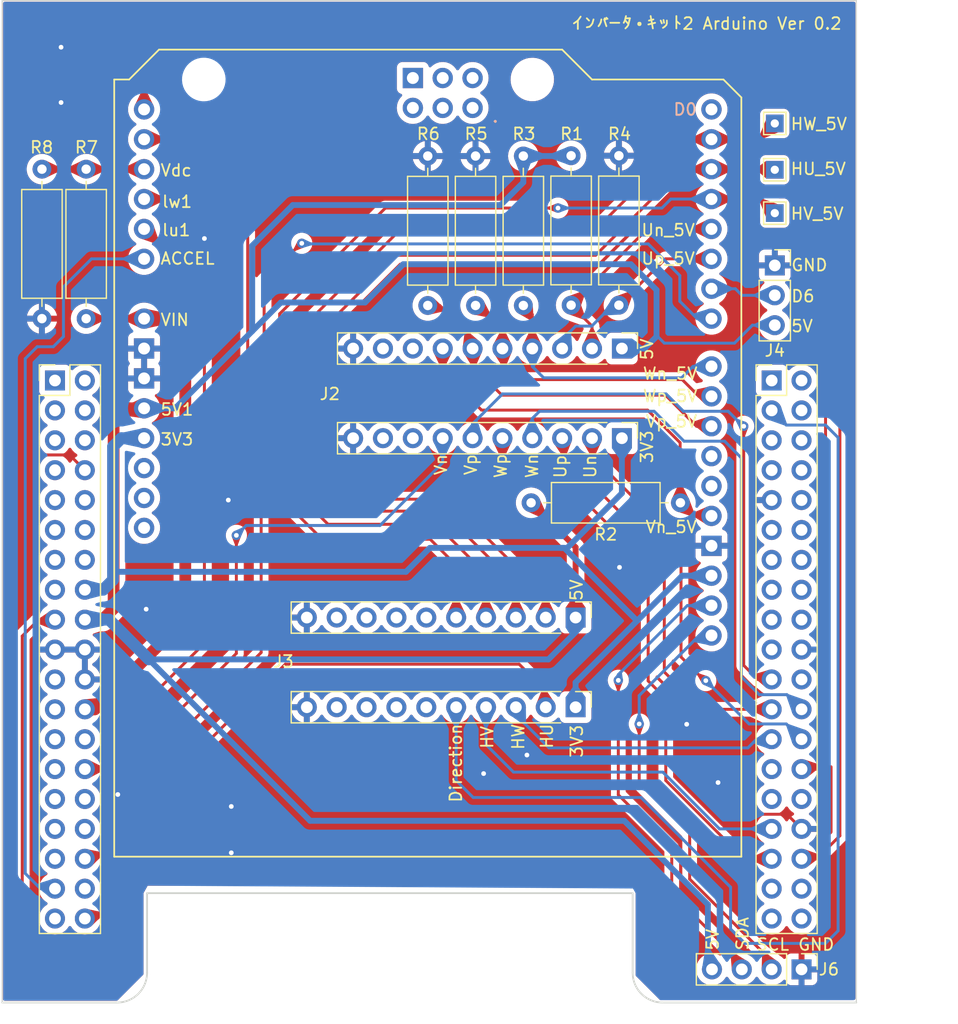
<source format=kicad_pcb>
(kicad_pcb (version 20221018) (generator pcbnew)
  (layers (0 "F.Cu" signal) (31 "B.Cu" signal) (34 "B.Paste" user) (35 "F.Paste" user) (36 "B.SilkS" user "B.Silkscreen") (37 "F.SilkS" user "F.Silkscreen") (38 "B.Mask" user) (39 "F.Mask" user) (44 "Edge.Cuts" user))
  (net 0 "")
  (net 1 "+3.3V")
  (net 2 "+5V")
  (net 4 "/lu1")
  (net 5 "/lw1")
  (net 6 "/C10-28")
  (net 7 "Net-(A1-PadA3)")
  (net 8 "/TP_OVC1")
  (net 9 "/ACCEL")
  (net 12 "/HW_5V")
  (net 13 "/HU_5V")
  (net 14 "/HV_5V")
  (net 15 "/Un_5V")
  (net 16 "/Up_5V")
  (net 17 "/Dir_5V")
  (net 18 "GND")
  (net 26 "/VIN")
  (net 41 "/HU")
  (net 55 "/Direction")
  (net 71 "/Wn_5V")
  (net 73 "/Wp_5V")
  (net 74 "/Vp_5V")
  (net 75 "/HW")
  (net 79 "/HV")
  (net 96 "/Vn_5V")
  (net 97 "/Vn")
  (net 99 "/Vp")
  (net 100 "/Up")
  (net 101 "/Wn")
  (net 102 "Net-(J6-Pin_3)")
  (net 103 "Net-(J6-Pin_2)")
  (net 104 "/Un")
  (net 105 "/Wp")
  (net 108 "Net-(J4-Pin_2)")
  (footprint "a:Nucleo" (layer "F.Cu") (at 84.826 110.109)
    (fp_text reference "J1" hide)
    (fp_text value "Nucleo_F302R8" hide)
  )
  (footprint "Library:AE-LLCNV8-DIP" (layer "F.Cu") (at 133.0452 107.3912 -90)
    (fp_text reference "J2" hide)
    (fp_text value "AE-LLCNV8-DIP20")
  )
  (footprint "Resistor_THT:R_Axial_DIN0309_L9.0mm_D3.2mm_P12.70mm_Horizontal" (layer "F.Cu") (at 120.5992 103.7336 90)
    (fp_text reference "R5")
    (fp_text value "R")
  )
  (footprint "Library:AE-LLCNV8-DIP" (layer "F.Cu") (at 129.1082 130.2512 -90)
    (fp_text reference "J3" hide)
    (fp_text value "AE-LLCNV8-DIP20")
  )
  (footprint "TestPoint:TestPoint_THTPad_1.5x1.5mm_Drill0.7mm" (layer "F.Cu") (at 146.05 92.202)
    (fp_text reference "REF**" hide)
    (fp_text value "TestPoint_THTPad_1.5x1.5mm_Drill0.7mm")
  )
  (footprint "Resistor_THT:R_Axial_DIN0309_L9.0mm_D3.2mm_P12.70mm_Horizontal" (layer "F.Cu") (at 128.7272 91.0082 -90)
    (fp_text reference "R1")
    (fp_text value "R")
  )
  (footprint "Resistor_THT:R_Axial_DIN0309_L9.0mm_D3.2mm_P12.70mm_Horizontal" (layer "F.Cu") (at 132.7912 103.7082 90)
    (fp_text reference "R4")
    (fp_text value "R")
  )
  (footprint "Connector_PinHeader_2.54mm:PinHeader_1x04_P2.54mm_Vertical" (layer "F.Cu") (at 148.326 160.147 -90)
    (fp_text reference "J6")
    (fp_text value "Conn_01x04")
  )
  (footprint "TestPoint:TestPoint_THTPad_1.5x1.5mm_Drill0.7mm" (layer "F.Cu") (at 146.05 88.265)
    (fp_text reference "REF**" hide)
    (fp_text value "TestPoint_THTPad_1.5x1.5mm_Drill0.7mm")
  )
  (footprint "Connector_PinSocket_2.54mm:PinSocket_1x03_P2.54mm_Vertical" (layer "F.Cu") (at 146.05 100.33)
    (fp_text reference "J4")
    (fp_text value "Conn_01x03")
  )
  (footprint "Resistor_THT:R_Axial_DIN0309_L9.0mm_D3.2mm_P12.70mm_Horizontal" (layer "F.Cu") (at 124.6632 91.0336 -90)
    (fp_text reference "R3")
    (fp_text value "R")
  )
  (footprint "Resistor_THT:R_Axial_DIN0309_L9.0mm_D3.2mm_P12.70mm_Horizontal" (layer "F.Cu") (at 125.3236 120.4976)
    (fp_text reference "R2")
    (fp_text value "R")
  )
  (footprint "TestPoint:TestPoint_THTPad_1.5x1.5mm_Drill0.7mm" (layer "F.Cu") (at 146.05 95.885)
    (fp_text reference "REF**" hide)
    (fp_text value "TestPoint_THTPad_1.5x1.5mm_Drill0.7mm")
  )
  (footprint "Resistor_THT:R_Axial_DIN0309_L9.0mm_D3.2mm_P12.70mm_Horizontal" (layer "F.Cu") (at 87.4776 104.8512 90)
    (fp_text reference "R7")
    (fp_text value "R")
  )
  (footprint "Resistor_THT:R_Axial_DIN0309_L9.0mm_D3.2mm_P12.70mm_Horizontal" (layer "F.Cu") (at 83.7184 92.1512 -90)
    (fp_text reference "R8")
    (fp_text value "R")
  )
  (footprint "Resistor_THT:R_Axial_DIN0309_L9.0mm_D3.2mm_P12.70mm_Horizontal" (layer "F.Cu") (at 116.5352 103.7336 90)
    (fp_text reference "R6")
    (fp_text value "R")
  )
  (footprint "arduino-library:Arduino_Uno_R4_Minima_Shield" (layer "B.Cu") (at 89.8652 150.5712 90)
    (fp_text reference "A1" hide)
    (fp_text value "Arduino_Uno_R4_Minima_Shield")
  )
  (gr_arc (start 92.6592 160.4264) (mid 91.915251 162.222451) (end 90.1192 162.9664) (stroke (width 0.15)) (layer "Edge.Cuts"))
  (gr_line (start 133.9596 153.67) (end 92.6592 153.67) (stroke (width 0.15)) (layer "Edge.Cuts"))
  (gr_line (start 152.9842 162.9664) (end 152.9842 77.8256) (stroke (width 0.1)) (layer "Edge.Cuts"))
  (gr_arc (start 136.4996 162.9664) (mid 134.703549 162.222451) (end 133.9596 160.4264) (stroke (width 0.15)) (layer "Edge.Cuts"))
  (gr_line (start 133.9596 160.4264) (end 133.9596 153.67) (stroke (width 0.15)) (layer "Edge.Cuts"))
  (gr_line (start 152.9842 77.8256) (end 80.3402 77.8256) (stroke (width 0.1)) (layer "Edge.Cuts"))
  (gr_line (start 80.3402 77.8256) (end 80.3402 162.9664) (stroke (width 0.1)) (layer "Edge.Cuts"))
  (gr_line (start 92.6592 160.4264) (end 92.6592 153.67) (stroke (width 0.15)) (layer "Edge.Cuts"))
  (gr_line (start 90.1192 162.9664) (end 80.3402 162.9664) (stroke (width 0.15)) (layer "Edge.Cuts"))
  (gr_line (start 136.4996 162.9664) (end 152.9842 162.9664) (stroke (width 0.15)) (layer "Edge.Cuts"))
  (gr_text "HU_5V" (at 147.32 92.71) (layer "F.SilkS") (effects (font (size 1 1)) (justify left bottom)))
  (gr_text "Up" (at 128.397 118.491 90) (layer "F.SilkS") (effects (font (size 1 1)) (justify left bottom)))
  (gr_text "lw1" (at 93.853 95.504) (layer "F.SilkS") (effects (font (size 1 1)) (justify left bottom)))
  (gr_text "5V" (at 135.763 108.458 90) (layer "F.SilkS") (effects (font (size 1 1)) (justify left bottom)))
  (gr_text "3V3" (at 129.794 142.24 90) (layer "F.SilkS") (effects (font (size 1 1)) (justify left bottom)))
  (gr_text "ACCEL" (at 93.726 100.33) (layer "F.SilkS") (effects (font (size 1 1)) (justify left bottom)))
  (gr_text "Vp" (at 120.777 118.237 90) (layer "F.SilkS") (effects (font (size 1 1)) (justify left bottom)))
  (gr_text "Vn_5V" (at 134.9756 123.1392) (layer "F.SilkS") (effects (font (size 1 1)) (justify left bottom)))
  (gr_text "Wn" (at 125.984 118.491 90) (layer "F.SilkS") (effects (font (size 1 1)) (justify left bottom)))
  (gr_text "Direction" (at 119.507 146.05 90) (layer "F.SilkS") (effects (font (size 1 1)) (justify left bottom)))
  (gr_text "Wp" (at 123.317 118.491 90) (layer "F.SilkS") (effects (font (size 1 1)) (justify left bottom)))
  (gr_text "Vdc" (at 93.726 92.837) (layer "F.SilkS") (effects (font (size 1 1)) (justify left bottom)))
  (gr_text "インバータ・キット2 Arduino Ver 0.2" (at 128.6764 80.3656) (layer "F.SilkS") (effects (font (size 1 1)) (justify left bottom)))
  (gr_text "5V1" (at 93.726 113.157) (layer "F.SilkS") (effects (font (size 1 1)) (justify left bottom)))
  (gr_text "5V" (at 147.3708 106.0704) (layer "F.SilkS") (effects (font (size 1 1)) (justify left bottom)))
  (gr_text "HW_5V" (at 147.32 88.9) (layer "F.SilkS") (effects (font (size 1 1)) (justify left bottom)))
  (gr_text "lu1" (at 93.853 97.917) (layer "F.SilkS") (effects (font (size 1 1)) (justify left bottom)))
  (gr_text "5V" (at 129.7732 128.9212 90) (layer "F.SilkS") (effects (font (size 1 1)) (justify left bottom)))
  (gr_text "SCL" (at 144.399 158.623) (layer "F.SilkS") (effects (font (size 1 1)) (justify left bottom)))
  (gr_text "Vp_5V" (at 135.001 114.173) (layer "F.SilkS") (effects (font (size 1 1)) (justify left bottom)))
  (gr_text "HV" (at 122.174 141.478 90) (layer "F.SilkS") (effects (font (size 1 1)) (justify left bottom)))
  (gr_text "3V3" (at 93.726 115.697) (layer "F.SilkS") (effects (font (size 1 1)) (justify left bottom)))
  (gr_text "Wn_5V" (at 134.747 110.109) (layer "F.SilkS") (effects (font (size 1 1)) (justify left bottom)))
  (gr_text "Up_5V" (at 134.62 100.33) (layer "F.SilkS") (effects (font (size 1 1)) (justify left bottom)))
  (gr_text "Vn" (at 118.237 118.237 90) (layer "F.SilkS") (effects (font (size 1 1)) (justify left bottom)))
  (gr_text "GND" (at 147.3708 100.8888) (layer "F.SilkS") (effects (font (size 1 1)) (justify left bottom)))
  (gr_text "HV_5V" (at 147.32 96.52) (layer "F.SilkS") (effects (font (size 1 1)) (justify left bottom)))
  (gr_text "Wp_5V" (at 134.747 112.014) (layer "F.SilkS") (effects (font (size 1 1)) (justify left bottom)))
  (gr_text "D6" (at 147.3708 103.5304) (layer "F.SilkS") (effects (font (size 1 1)) (justify left bottom)))
  (gr_text "3V3" (at 135.763 117.221 90) (layer "F.SilkS") (effects (font (size 1 1)) (justify left bottom)))
  (gr_text "HU" (at 127.254 141.478 90) (layer "F.SilkS") (effects (font (size 1 1)) (justify left bottom)))
  (gr_text "HW" (at 124.8156 141.5796 90) (layer "F.SilkS") (effects (font (size 1 1)) (justify left bottom)))
  (gr_text "VIN" (at 93.726 105.537) (layer "F.SilkS") (effects (font (size 1 1)) (justify left bottom)))
  (gr_text "GND" (at 147.955 158.623) (layer "F.SilkS") (effects (font (size 1 1)) (justify left bottom)))
  (gr_text "5V" (at 141.351 158.623 90) (layer "F.SilkS") (effects (font (size 1 1)) (justify left bottom)))
  (gr_text "Un_5V" (at 134.62 97.917) (layer "F.SilkS") (effects (font (size 1 1)) (justify left bottom)))
  (gr_text "SDA" (at 143.891 158.623 90) (layer "F.SilkS") (effects (font (size 1 1)) (justify left bottom)))
  (gr_text "Un" (at 130.937 118.491 90) (layer "F.SilkS") (effects (font (size 1 1)) (justify left bottom)))
  (segment (start 138.176 126.6952) (end 140.6652 126.6952) (width 0.5) (layer "B.Cu") (net 1))
  (segment (start 87.366 127.889) (end 88.9254 127.889) (width 1) (layer "B.Cu") (net 1))
  (segment (start 127.889 124.333) (end 128.397 124.333) (width 0.5) (layer "B.Cu") (net 1))
  (segment (start 89.7636 115.7224) (end 90.4748 115.0112) (width 1) (layer "B.Cu") (net 1))
  (segment (start 88.9254 127.889) (end 89.8144 127) (width 0.5) (layer "B.Cu") (net 1))
  (segment (start 134.2898 130.4798) (end 134.3914 130.4798) (width 0.5) (layer "B.Cu") (net 1))
  (segment (start 90.4748 115.0112) (end 92.4052 115.0112) (width 1) (layer "B.Cu") (net 1))
  (segment (start 89.7636 126.365) (end 114.681 126.365) (width 0.5) (layer "B.Cu") (net 1))
  (segment (start 134.3914 130.4798) (end 138.176 126.6952) (width 0.5) (layer "B.Cu") (net 1))
  (segment (start 87.366 127.889) (end 88.9254 127.889) (width 0.5) (layer "B.Cu") (net 1))
  (segment (start 132.8801 131.9911) (end 132.969 131.9022) (width 0.5) (layer "B.Cu") (net 1))
  (segment (start 128.143 124.333) (end 134.2898 130.4798) (width 0.5) (layer "B.Cu") (net 1))
  (segment (start 128.397 124.333) (end 133.0452 119.6848) (width 0.5) (layer "B.Cu") (net 1))
  (segment (start 114.681 126.365) (end 116.713 124.333) (width 0.5) (layer "B.Cu") (net 1))
  (segment (start 133.0452 119.6848) (end 133.0452 115.0112) (width 0.5) (layer "B.Cu") (net 1))
  (segment (start 89.7636 126.365) (end 89.7636 115.7224) (width 1) (layer "B.Cu") (net 1))
  (segment (start 116.713 124.333) (end 127.889 124.333) (width 0.5) (layer "B.Cu") (net 1))
  (segment (start 129.1082 137.8712) (end 129.1082 135.763) (width 0.5) (layer "B.Cu") (net 1))
  (segment (start 89.7636 127.0508) (end 89.7636 126.365) (width 1) (layer "B.Cu") (net 1))
  (segment (start 132.8801 131.9911) (end 134.3914 130.4798) (width 0.5) (layer "B.Cu") (net 1))
  (segment (start 129.1082 135.763) (end 132.8801 131.9911) (width 0.5) (layer "B.Cu") (net 1))
  (segment (start 127.889 124.333) (end 128.143 124.333) (width 0.5) (layer "B.Cu") (net 1))
  (segment (start 88.9254 127.889) (end 89.7636 127.0508) (width 1) (layer "B.Cu") (net 1))
  (segment (start 89.8144 113.792) (end 91.1352 112.4712) (width 1) (layer "F.Cu") (net 2))
  (segment (start 129.1082 130.2512) (end 129.1082 124.2822) (width 0.5) (layer "F.Cu") (net 2))
  (segment (start 88.8746 130.429) (end 89.8144 129.4892) (width 1) (layer "F.Cu") (net 2))
  (segment (start 129.1082 124.2822) (end 125.3236 120.4976) (width 0.5) (layer "F.Cu") (net 2))
  (segment (start 89.8144 129.4892) (end 89.8144 113.792) (width 1) (layer "F.Cu") (net 2))
  (segment (start 91.1352 112.4712) (end 92.4052 112.4712) (width 1) (layer "F.Cu") (net 2))
  (segment (start 87.366 130.429) (end 88.8746 130.429) (width 1) (layer "F.Cu") (net 2))
  (segment (start 134.9756 107.3912) (end 133.0452 107.3912) (width 0.5) (layer "B.Cu") (net 2))
  (segment (start 140.3604 154.6352) (end 140.3604 159.8014) (width 0.5) (layer "B.Cu") (net 2))
  (segment (start 104.0384 103.4796) (end 111.2012 103.4796) (width 0.5) (layer "B.Cu") (net 2))
  (segment (start 135.9916 106.3752) (end 136.0932 106.3752) (width 0.25) (layer "B.Cu") (net 2))
  (segment (start 101.6 105.918) (end 101.6 98.6536) (width 0.5) (layer "B.Cu") (net 2))
  (segment (start 126.7968 133.8072) (end 129.1082 131.4958) (width 0.5) (layer "B.Cu") (net 2))
  (segment (start 142.621 106.934) (end 144.145 105.41) (width 0.25) (layer "B.Cu") (net 2))
  (segment (start 135.9916 102.4128) (end 135.9916 106.3752) (width 0.5) (layer "B.Cu") (net 2))
  (segment (start 92.8116 133.8072) (end 126.7968 133.8072) (width 0.5) (layer "B.Cu") (net 2))
  (segment (start 111.2012 103.4796) (end 114.4524 100.2284) (width 0.5) (layer "B.Cu") (net 2))
  (segment (start 89.4334 130.429) (end 92.8116 133.8072) (width 1) (layer "B.Cu") (net 2))
  (segment (start 122.7328 95.1992) (end 124.6632 93.2688) (width 0.5) (layer "B.Cu") (net 2))
  (segment (start 144.145 105.41) (end 146.05 105.41) (width 0.25) (layer "B.Cu") (net 2))
  (segment (start 114.4524 100.2284) (end 133.8072 100.2284) (width 0.5) (layer "B.Cu") (net 2))
  (segment (start 92.8116 133.8072) (end 106.5276 147.5232) (width 0.5) (layer "B.Cu") (net 2))
  (segment (start 136.0932 106.3752) (end 136.652 106.934) (width 0.25) (layer "B.Cu") (net 2))
  (segment (start 124.6632 93.2688) (end 124.6632 91.0336) (width 0.5) (layer "B.Cu") (net 2))
  (segment (start 95.0468 112.4712) (end 101.6 105.918) (width 0.5) (layer "B.Cu") (net 2))
  (segment (start 140.3604 159.8014) (end 140.706 160.147) (width 0.5) (layer "B.Cu") (net 2))
  (segment (start 129.1082 131.4958) (end 129.1082 130.2512) (width 0.5) (layer "B.Cu") (net 2))
  (segment (start 128.7018 91.0336) (end 128.7272 91.0082) (width 0.5) (layer "B.Cu") (net 2))
  (segment (start 101.6 98.6536) (end 105.0544 95.1992) (width 0.5) (layer "B.Cu") (net 2))
  (segment (start 92.4052 112.4712) (end 95.0468 112.4712) (width 0.5) (layer "B.Cu") (net 2))
  (segment (start 106.5276 147.5232) (end 133.2484 147.5232) (width 0.5) (layer "B.Cu") (net 2))
  (segment (start 105.0544 95.1992) (end 122.7328 95.1992) (width 0.5) (layer "B.Cu") (net 2))
  (segment (start 135.9916 106.3752) (end 134.9756 107.3912) (width 0.5) (layer "B.Cu") (net 2))
  (segment (start 133.8072 100.2284) (end 135.9916 102.4128) (width 0.5) (layer "B.Cu") (net 2))
  (segment (start 133.2484 147.5232) (end 140.3604 154.6352) (width 0.5) (layer "B.Cu") (net 2))
  (segment (start 136.652 106.934) (end 142.621 106.934) (width 0.25) (layer "B.Cu") (net 2))
  (segment (start 101.6 105.918) (end 104.0384 103.4796) (width 0.5) (layer "B.Cu") (net 2))
  (segment (start 124.6632 91.0336) (end 128.7018 91.0336) (width 0.5) (layer "B.Cu") (net 2))
  (segment (start 87.366 130.429) (end 89.4334 130.429) (width 1) (layer "B.Cu") (net 2))
  (segment (start 90.2716 141.8336) (end 88.9762 143.129) (width 0.25) (layer "F.Cu") (net 4))
  (segment (start 92.4052 97.2312) (end 97.536 102.362) (width 0.25) (layer "F.Cu") (net 4))
  (segment (start 97.536 102.362) (end 97.536 132.4356) (width 0.25) (layer "F.Cu") (net 4))
  (segment (start 97.536 132.4356) (end 90.2716 139.7) (width 0.25) (layer "F.Cu") (net 4))
  (segment (start 88.9762 143.129) (end 87.366 143.129) (width 0.25) (layer "F.Cu") (net 4))
  (segment (start 90.2716 139.7) (end 90.2716 141.8336) (width 0.25) (layer "F.Cu") (net 4))
  (segment (start 94.0308 141.5542) (end 94.0308 147.2692) (width 0.25) (layer "F.Cu") (net 5))
  (segment (start 89.6112 154.639301) (end 88.446901 155.8036) (width 0.25) (layer "F.Cu") (net 5))
  (segment (start 102.362 133.223) (end 94.0308 141.5542) (width 0.25) (layer "F.Cu") (net 5))
  (segment (start 101.219 119.6467) (end 102.362 120.7897) (width 0.25) (layer "F.Cu") (net 5))
  (segment (start 98.3742 94.6912) (end 101.219 97.536) (width 0.25) (layer "F.Cu") (net 5))
  (segment (start 94.0308 147.2692) (end 89.6112 151.6888) (width 0.25) (layer "F.Cu") (net 5))
  (segment (start 87.3914 155.8036) (end 87.366 155.829) (width 0.25) (layer "F.Cu") (net 5))
  (segment (start 92.4052 94.6912) (end 98.3742 94.6912) (width 0.25) (layer "F.Cu") (net 5))
  (segment (start 89.6112 151.6888) (end 89.6112 154.639301) (width 0.25) (layer "F.Cu") (net 5))
  (segment (start 102.362 120.7897) (end 102.362 133.223) (width 0.25) (layer "F.Cu") (net 5))
  (segment (start 88.446901 155.8036) (end 87.3914 155.8036) (width 0.25) (layer "F.Cu") (net 5))
  (segment (start 101.219 97.536) (end 101.219 119.6467) (width 0.25) (layer "F.Cu") (net 5))
  (segment (start 148.326 143.129) (end 149.5806 143.129) (width 0.25) (layer "F.Cu") (net 6))
  (segment (start 108.458 80.9752) (end 99.822 89.6112) (width 0.25) (layer "F.Cu") (net 6))
  (segment (start 149.5806 143.129) (end 150.368 142.3416) (width 0.25) (layer "F.Cu") (net 6))
  (segment (start 150.368 142.3416) (end 150.368 85.217) (width 0.25) (layer "F.Cu") (net 6))
  (segment (start 146.1262 80.9752) (end 108.458 80.9752) (width 0.25) (layer "F.Cu") (net 6))
  (segment (start 150.368 85.217) (end 146.1262 80.9752) (width 0.25) (layer "F.Cu") (net 6))
  (segment (start 99.822 89.6112) (end 92.4052 89.6112) (width 0.25) (layer "F.Cu") (net 6))
  (segment (start 83.7184 92.1512) (end 87.4776 92.1512) (width 0.25) (layer "F.Cu") (net 7))
  (segment (start 87.4776 92.1512) (end 92.4052 92.1512) (width 0.25) (layer "F.Cu") (net 7))
  (segment (start 92.4052 83.0072) (end 92.4052 87.0712) (width 0.25) (layer "F.Cu") (net 8))
  (segment (start 148.326 150.749) (end 149.6314 150.749) (width 0.25) (layer "F.Cu") (net 8))
  (segment (start 151.5872 148.7932) (end 151.5872 83.8962) (width 0.25) (layer "F.Cu") (net 8))
  (segment (start 151.5872 83.8962) (end 147.2946 79.6036) (width 0.25) (layer "F.Cu") (net 8))
  (segment (start 147.2946 79.6036) (end 95.8088 79.6036) (width 0.25) (layer "F.Cu") (net 8))
  (segment (start 95.8088 79.6036) (end 92.4052 83.0072) (width 0.25) (layer "F.Cu") (net 8))
  (segment (start 149.6314 150.749) (end 151.5872 148.7932) (width 0.25) (layer "F.Cu") (net 8))
  (segment (start 84.6836 107.2388) (end 83.312 107.2388) (width 0.25) (layer "B.Cu") (net 9))
  (segment (start 83.5914 153.289) (end 84.826 153.289) (width 0.25) (layer "B.Cu") (net 9))
  (segment (start 87.9348 99.7712) (end 85.5472 102.1588) (width 0.25) (layer "B.Cu") (net 9))
  (segment (start 82.296 151.9936) (end 83.5914 153.289) (width 0.25) (layer "B.Cu") (net 9))
  (segment (start 85.5472 102.1588) (end 85.5472 106.3752) (width 0.25) (layer "B.Cu") (net 9))
  (segment (start 85.5472 106.3752) (end 84.6836 107.2388) (width 0.25) (layer "B.Cu") (net 9))
  (segment (start 82.296 108.2548) (end 82.296 151.9936) (width 0.25) (layer "B.Cu") (net 9))
  (segment (start 83.312 107.2388) (end 82.296 108.2548) (width 0.25) (layer "B.Cu") (net 9))
  (segment (start 92.4052 99.7712) (end 87.9348 99.7712) (width 0.25) (layer "B.Cu") (net 9))
  (segment (start 140.6652 89.6112) (end 144.7038 89.6112) (width 0.25) (layer "F.Cu") (net 12))
  (segment (start 108.5088 121.2088) (end 105.2576 117.9576) (width 0.25) (layer "F.Cu") (net 12))
  (segment (start 124.0282 130.2512) (end 124.0282 127.4572) (width 0.25) (layer "F.Cu") (net 12))
  (segment (start 144.7038 89.6112) (end 146.05 88.265) (width 0.25) (layer "F.Cu") (net 12))
  (segment (start 138.4808 89.6112) (end 140.6652 89.6112) (width 0.25) (layer "F.Cu") (net 12))
  (segment (start 105.2576 117.9576) (end 105.2576 106.2228) (width 0.25) (layer "F.Cu") (net 12))
  (segment (start 105.2576 106.2228) (end 114.046 97.4344) (width 0.25) (layer "F.Cu") (net 12))
  (segment (start 117.7798 121.2088) (end 108.5088 121.2088) (width 0.25) (layer "F.Cu") (net 12))
  (segment (start 124.0282 127.4572) (end 117.7798 121.2088) (width 0.25) (layer "F.Cu") (net 12))
  (segment (start 114.046 97.4344) (end 130.6576 97.4344) (width 0.25) (layer "F.Cu") (net 12))
  (segment (start 130.6576 97.4344) (end 138.4808 89.6112) (width 0.25) (layer "F.Cu") (net 12))
  (segment (start 130.81 99.4664) (end 138.1252 92.1512) (width 0.25) (layer "F.Cu") (net 13))
  (segment (start 106.426 106.934) (end 113.8936 99.4664) (width 0.25) (layer "F.Cu") (net 13))
  (segment (start 126.5682 128.4732) (end 118.2878 120.1928) (width 0.25) (layer "F.Cu") (net 13))
  (segment (start 113.8936 99.4664) (end 130.81 99.4664) (width 0.25) (layer "F.Cu") (net 13))
  (segment (start 138.1252 92.1512) (end 140.6652 92.1512) (width 0.25) (layer "F.Cu") (net 13))
  (segment (start 145.9992 92.1512) (end 146.05 92.202) (width 0.25) (layer "F.Cu") (net 13))
  (segment (start 106.426 117.5004) (end 106.426 106.934) (width 0.25) (layer "F.Cu") (net 13))
  (segment (start 126.5682 130.2512) (end 126.5682 128.4732) (width 0.25) (layer "F.Cu") (net 13))
  (segment (start 109.1184 120.1928) (end 106.426 117.5004) (width 0.25) (layer "F.Cu") (net 13))
  (segment (start 140.6652 92.1512) (end 145.9992 92.1512) (width 0.25) (layer "F.Cu") (net 13))
  (segment (start 118.2878 120.1928) (end 109.1184 120.1928) (width 0.25) (layer "F.Cu") (net 13))
  (segment (start 144.8562 94.6912) (end 146.05 95.885) (width 0.25) (layer "F.Cu") (net 14))
  (segment (start 140.6652 94.6912) (end 144.8562 94.6912) (width 0.25) (layer "F.Cu") (net 14))
  (segment (start 103.9368 118.2116) (end 108.0516 122.3264) (width 0.25) (layer "F.Cu") (net 14))
  (segment (start 108.0516 122.3264) (end 117.2464 122.3264) (width 0.25) (layer "F.Cu") (net 14))
  (segment (start 117.2464 122.3264) (end 121.4882 126.5682) (width 0.25) (layer "F.Cu") (net 14))
  (segment (start 112.9284 95.4532) (end 103.9368 104.4448) (width 0.25) (layer "F.Cu") (net 14))
  (segment (start 103.9368 104.4448) (end 103.9368 118.2116) (width 0.25) (layer "F.Cu") (net 14))
  (segment (start 127.6096 95.4532) (end 112.9284 95.4532) (width 0.25) (layer "F.Cu") (net 14))
  (segment (start 121.4882 126.5682) (end 121.4882 130.2512) (width 0.25) (layer "F.Cu") (net 14))
  (via (at 127.6096 95.4532) (size 0.8) (drill 0.4) (layers "F.Cu" "B.Cu") (net 14))
  (segment (start 127.6096 95.4532) (end 136.4488 95.4532) (width 0.25) (layer "B.Cu") (net 14))
  (segment (start 136.4488 95.4532) (end 137.2108 94.6912) (width 0.25) (layer "B.Cu") (net 14))
  (segment (start 137.2108 94.6912) (end 140.6652 94.6912) (width 0.25) (layer "B.Cu") (net 14))
  (segment (start 130.5052 105.4862) (end 128.7272 103.7082) (width 0.25) (layer "F.Cu") (net 15))
  (segment (start 135.2042 97.2312) (end 140.6652 97.2312) (width 0.25) (layer "F.Cu") (net 15))
  (segment (start 130.5052 107.3912) (end 130.5052 105.4862) (width 0.25) (layer "F.Cu") (net 15))
  (segment (start 128.7272 103.7082) (end 135.2042 97.2312) (width 0.25) (layer "F.Cu") (net 15))
  (segment (start 132.7912 103.7082) (end 135.5598 100.9396) (width 0.25) (layer "F.Cu") (net 16))
  (segment (start 135.5598 100.9396) (end 135.5852 100.9396) (width 0.25) (layer "F.Cu") (net 16))
  (segment (start 136.7536 99.7712) (end 140.6652 99.7712) (width 0.25) (layer "F.Cu") (net 16))
  (segment (start 135.5852 100.9396) (end 136.7536 99.7712) (width 0.25) (layer "F.Cu") (net 16))
  (segment (start 127.9652 106.6292) (end 127.9652 107.3912) (width 0.25) (layer "B.Cu") (net 16))
  (segment (start 132.7912 103.7082) (end 132.2578 103.7082) (width 0.25) (layer "B.Cu") (net 16))
  (segment (start 130.4798 105.4862) (end 129.1082 105.4862) (width 0.25) (layer "B.Cu") (net 16))
  (segment (start 129.1082 105.4862) (end 127.9652 106.6292) (width 0.25) (layer "B.Cu") (net 16))
  (segment (start 132.2578 103.7082) (end 130.4798 105.4862) (width 0.25) (layer "B.Cu") (net 16))
  (segment (start 107.5436 123.5964) (end 116.7384 123.5964) (width 0.25) (layer "F.Cu") (net 17))
  (segment (start 118.9482 125.8062) (end 118.9482 130.2512) (width 0.25) (layer "F.Cu") (net 17))
  (segment (start 105.7656 98.4504) (end 102.616 101.6) (width 0.25) (layer "F.Cu") (net 17))
  (segment (start 102.616 101.6) (end 102.616 118.6688) (width 0.25) (layer "F.Cu") (net 17))
  (segment (start 102.616 118.6688) (end 107.5436 123.5964) (width 0.25) (layer "F.Cu") (net 17))
  (segment (start 105.8164 98.4504) (end 105.7656 98.4504) (width 0.25) (layer "F.Cu") (net 17))
  (segment (start 116.7384 123.5964) (end 118.9482 125.8062) (width 0.25) (layer "F.Cu") (net 17))
  (via (at 105.8164 98.4504) (size 0.8) (drill 0.4) (layers "F.Cu" "B.Cu") (net 17))
  (segment (start 105.8164 98.4504) (end 105.8672 98.5012) (width 0.25) (layer "B.Cu") (net 17))
  (segment (start 139.446 104.8512) (end 140.6652 104.8512) (width 0.25) (layer "B.Cu") (net 17))
  (segment (start 105.8672 98.5012) (end 135.2804 98.5012) (width 0.25) (layer "B.Cu") (net 17))
  (segment (start 137.9728 103.378) (end 139.446 104.8512) (width 0.25) (layer "B.Cu") (net 17))
  (segment (start 135.2804 98.5012) (end 137.9728 101.1936) (width 0.25) (layer "B.Cu") (net 17))
  (segment (start 137.9728 101.1936) (end 137.9728 103.378) (width 0.25) (layer "B.Cu") (net 17))
  (segment (start 86.0706 116.4336) (end 82.6008 116.4336) (width 0.25) (layer "F.Cu") (net 18))
  (segment (start 147.0814 146.9644) (end 144.1704 146.9644) (width 0.25) (layer "F.Cu") (net 18))
  (segment (start 148.326 148.209) (end 147.0814 146.9644) (width 0.25) (layer "F.Cu") (net 18))
  (segment (start 87.366 117.729) (end 86.0706 116.4336) (width 0.25) (layer "F.Cu") (net 18))
  (via (at 90.17 145.288) (size 0.8) (drill 0.4) (layers "F.Cu" "B.Cu") (net 18))
  (via (at 121.285 143.51) (size 0.8) (drill 0.4) (layers "F.Cu" "B.Cu") (net 18))
  (via (at 85.344 81.788) (size 0.8) (drill 0.4) (layers "F.Cu" "B.Cu") (net 18))
  (via (at 85.344 86.487) (size 0.8) (drill 0.4) (layers "F.Cu" "B.Cu") (net 18))
  (via (at 99.822 150.241) (size 0.8) (drill 0.4) (layers "F.Cu" "B.Cu") (net 18))
  (via (at 141.224 144.272) (size 0.8) (drill 0.4) (layers "F.Cu" "B.Cu") (net 18))
  (via (at 97.536 98.044) (size 0.8) (drill 0.4) (layers "F.Cu" "B.Cu") (net 18))
  (via (at 99.568 120.269) (size 0.8) (drill 0.4) (layers "F.Cu" "B.Cu") (net 18))
  (via (at 99.822 146.304) (size 0.8) (drill 0.4) (layers "F.Cu" "B.Cu") (net 18))
  (via (at 124.968 141.9352) (size 0.8) (drill 0.4) (layers "F.Cu" "B.Cu") (net 18))
  (via (at 138.557 139.319) (size 0.8) (drill 0.4) (layers "F.Cu" "B.Cu") (net 18))
  (via (at 132.842 125.984) (size 0.8) (drill 0.4) (layers "F.Cu" "B.Cu") (net 18))
  (via (at 92.583 129.54) (size 0.8) (drill 0.4) (layers "F.Cu" "B.Cu") (net 18))
  (segment (start 94.3356 104.8512) (end 92.4052 104.8512) (width 1) (layer "F.Cu") (net 26))
  (segment (start 95.9104 130.3528) (end 95.9104 106.426) (width 1) (layer "F.Cu") (net 26))
  (segment (start 87.4776 104.8512) (end 92.4052 104.8512) (width 0.25) (layer "F.Cu") (net 26))
  (segment (start 87.366 138.049) (end 88.2142 138.049) (width 1) (layer "F.Cu") (net 26))
  (segment (start 88.2142 138.049) (end 95.9104 130.3528) (width 1) (layer "F.Cu") (net 26))
  (segment (start 95.9104 106.426) (end 94.3356 104.8512) (width 1) (layer "F.Cu") (net 26))
  (segment (start 82.042 131.826) (end 82.042 158.0388) (width 0.25) (layer "F.Cu") (net 41))
  (segment (start 96.012 142.621) (end 104.4194 134.2136) (width 0.25) (layer "F.Cu") (net 41))
  (segment (start 91.0336 157.5308) (end 91.0336 152.8064) (width 0.25) (layer "F.Cu") (net 41))
  (segment (start 126.5682 136.4742) (end 126.5682 137.8712) (width 0.25) (layer "F.Cu") (net 41))
  (segment (start 89.154 159.4104) (end 91.0336 157.5308) (width 0.25) (layer "F.Cu") (net 41))
  (segment (start 82.042 158.0388) (end 83.4136 159.4104) (width 0.25) (layer "F.Cu") (net 41))
  (segment (start 124.3076 134.2136) (end 126.5682 136.4742) (width 0.25) (layer "F.Cu") (net 41))
  (segment (start 104.4194 134.2136) (end 124.3076 134.2136) (width 0.25) (layer "F.Cu") (net 41))
  (segment (start 84.826 130.429) (end 83.439 130.429) (width 0.25) (layer "F.Cu") (net 41))
  (segment (start 83.4136 159.4104) (end 89.154 159.4104) (width 0.25) (layer "F.Cu") (net 41))
  (segment (start 96.012 147.828) (end 96.012 142.621) (width 0.25) (layer "F.Cu") (net 41))
  (segment (start 83.439 130.429) (end 82.042 131.826) (width 0.25) (layer "F.Cu") (net 41))
  (segment (start 91.0336 152.8064) (end 96.012 147.828) (width 0.25) (layer "F.Cu") (net 41))
  (segment (start 118.9482 137.8712) (end 118.9482 144.0942) (width 0.25) (layer "B.Cu") (net 55))
  (segment (start 151.4348 156.8704) (end 151.4348 114.9604) (width 0.25) (layer "B.Cu") (net 55))
  (segment (start 142.2908 153.162) (end 142.2908 156.718) (width 0.25) (layer "B.Cu") (net 55))
  (segment (start 118.9482 144.0942) (end 120.396 145.542) (width 0.25) (layer "B.Cu") (net 55))
  (segment (start 147.0306 113.8936) (end 145.786 112.649) (width 0.25) (layer "B.Cu") (net 55))
  (segment (start 120.396 145.542) (end 134.6708 145.542) (width 0.25) (layer "B.Cu") (net 55))
  (segment (start 142.2908 156.718) (end 143.51 157.9372) (width 0.25) (layer "B.Cu") (net 55))
  (segment (start 143.51 157.9372) (end 150.368 157.9372) (width 0.25) (layer "B.Cu") (net 55))
  (segment (start 151.4348 114.9604) (end 150.368 113.8936) (width 0.25) (layer "B.Cu") (net 55))
  (segment (start 150.368 113.8936) (end 147.0306 113.8936) (width 0.25) (layer "B.Cu") (net 55))
  (segment (start 150.368 157.9372) (end 151.4348 156.8704) (width 0.25) (layer "B.Cu") (net 55))
  (segment (start 134.6708 145.542) (end 142.2908 153.162) (width 0.25) (layer "B.Cu") (net 55))
  (segment (start 125.4252 104.4956) (end 124.6632 103.7336) (width 0.25) (layer "F.Cu") (net 71))
  (segment (start 125.4252 107.3912) (end 125.4252 104.4956) (width 0.25) (layer "F.Cu") (net 71))
  (segment (start 125.4252 108.9152) (end 126.3904 109.8804) (width 0.25) (layer "B.Cu") (net 71))
  (segment (start 125.4252 107.3912) (end 125.4252 108.9152) (width 0.25) (layer "B.Cu") (net 71))
  (segment (start 138.1252 109.8804) (end 139.0904 108.9152) (width 0.25) (layer "B.Cu") (net 71))
  (segment (start 126.3904 109.8804) (end 138.1252 109.8804) (width 0.25) (layer "B.Cu") (net 71))
  (segment (start 139.0904 108.9152) (end 140.6652 108.9152) (width 0.25) (layer "B.Cu") (net 71))
  (segment (start 122.8852 105.7148) (end 120.904 103.7336) (width 0.25) (layer "F.Cu") (net 73))
  (segment (start 122.8852 107.3912) (end 122.8852 108.8136) (width 0.25) (layer "F.Cu") (net 73))
  (segment (start 139.5984 111.4552) (end 140.6652 111.4552) (width 0.25) (layer "F.Cu") (net 73))
  (segment (start 124.1044 110.0328) (end 138.176 110.0328) (width 0.25) (layer "F.Cu") (net 73))
  (segment (start 122.8852 108.8136) (end 124.1044 110.0328) (width 0.25) (layer "F.Cu") (net 73))
  (segment (start 122.8852 107.3912) (end 122.8852 105.7148) (width 0.25) (layer "F.Cu") (net 73))
  (segment (start 120.904 103.7336) (end 120.5992 103.7336) (width 0.25) (layer "F.Cu") (net 73))
  (segment (start 138.176 110.0328) (end 139.5984 111.4552) (width 0.25) (layer "F.Cu") (net 73))
  (segment (start 120.3452 108.8644) (end 122.8344 111.3536) (width 0.25) (layer "F.Cu") (net 74))
  (segment (start 120.3452 107.3912) (end 120.3452 106.5276) (width 0.25) (layer "F.Cu") (net 74))
  (segment (start 120.3452 106.5276) (end 117.5512 103.7336) (width 0.25) (layer "F.Cu") (net 74))
  (segment (start 136.7536 111.3536) (end 139.3952 113.9952) (width 0.25) (layer "F.Cu") (net 74))
  (segment (start 120.3452 107.3912) (end 120.3452 108.8644) (width 0.25) (layer "F.Cu") (net 74))
  (segment (start 122.8344 111.3536) (end 136.7536 111.3536) (width 0.25) (layer "F.Cu") (net 74))
  (segment (start 139.3952 113.9952) (end 140.6652 113.9952) (width 0.25) (layer "F.Cu") (net 74))
  (segment (start 117.5512 103.7336) (end 116.5352 103.7336) (width 0.25) (layer "F.Cu") (net 74))
  (segment (start 144.5006 140.589) (end 145.786 140.589) (width 0.25) (layer "B.Cu") (net 75))
  (segment (start 124.0282 138.5062) (end 126.8476 141.3256) (width 0.25) (layer "B.Cu") (net 75))
  (segment (start 143.764 141.3256) (end 144.5006 140.589) (width 0.25) (layer "B.Cu") (net 75))
  (segment (start 124.0282 137.8712) (end 124.0282 138.5062) (width 0.25) (layer "B.Cu") (net 75))
  (segment (start 126.8476 141.3256) (end 143.764 141.3256) (width 0.25) (layer "B.Cu") (net 75))
  (segment (start 141.351 148.209) (end 145.786 148.209) (width 0.25) (layer "B.Cu") (net 79))
  (segment (start 121.4882 141.0462) (end 123.825 143.383) (width 0.25) (layer "B.Cu") (net 79))
  (segment (start 136.525 143.383) (end 141.351 148.209) (width 0.25) (layer "B.Cu") (net 79))
  (segment (start 123.825 143.383) (end 136.525 143.383) (width 0.25) (layer "B.Cu") (net 79))
  (segment (start 121.4882 137.8712) (end 121.4882 141.0462) (width 0.25) (layer "B.Cu") (net 79))
  (segment (start 137.9982 120.4214) (end 139.192 121.6152) (width 0.25) (layer "F.Cu") (net 96))
  (segment (start 139.192 121.6152) (end 140.6652 121.6152) (width 0.25) (layer "F.Cu") (net 96))
  (segment (start 135.2296 112.6236) (end 137.9982 115.3922) (width 0.25) (layer "F.Cu") (net 96))
  (segment (start 117.8052 109.3216) (end 121.1072 112.6236) (width 0.25) (layer "F.Cu") (net 96))
  (segment (start 121.1072 112.6236) (end 135.2296 112.6236) (width 0.25) (layer "F.Cu") (net 96))
  (segment (start 137.9982 115.3922) (end 137.9982 120.4214) (width 0.25) (layer "F.Cu") (net 96))
  (segment (start 117.8052 107.3912) (end 117.8052 109.3216) (width 0.25) (layer "F.Cu") (net 96))
  (segment (start 92.456 141.097) (end 92.456 146.685) (width 0.25) (layer "F.Cu") (net 97))
  (segment (start 92.456 146.685) (end 88.392 150.749) (width 0.25) (layer "F.Cu") (net 97))
  (segment (start 100.2538 123.2662) (end 100.2538 133.2992) (width 0.25) (layer "F.Cu") (net 97))
  (segment (start 100.2538 133.2992) (end 92.456 141.097) (width 0.25) (layer "F.Cu") (net 97))
  (segment (start 88.392 150.749) (end 87.366 150.749) (width 0.25) (layer "F.Cu") (net 97))
  (via (at 100.2538 123.2662) (size 0.8) (drill 0.4) (layers "F.Cu" "B.Cu") (net 97))
  (segment (start 100.2538 123.2662) (end 101.092 122.428) (width 0.25) (layer "B.Cu") (net 97))
  (segment (start 112.4712 122.428) (end 117.8052 117.094) (width 0.25) (layer "B.Cu") (net 97))
  (segment (start 117.8052 117.094) (end 117.8052 115.0112) (width 0.25) (layer "B.Cu") (net 97))
  (segment (start 101.092 122.428) (end 112.4712 122.428) (width 0.25) (layer "B.Cu") (net 97))
  (segment (start 144.6022 135.509) (end 145.786 135.509) (width 0.25) (layer "F.Cu") (net 99))
  (segment (start 143.4084 113.9952) (end 143.4084 134.3152) (width 0.25) (layer "F.Cu") (net 99))
  (segment (start 143.4084 134.3152) (end 144.6022 135.509) (width 0.25) (layer "F.Cu") (net 99))
  (via (at 143.4084 113.9952) (size 0.8) (drill 0.4) (layers "F.Cu" "B.Cu") (net 99))
  (segment (start 142.0876 112.7252) (end 143.3576 113.9952) (width 0.25) (layer "B.Cu") (net 99))
  (segment (start 143.3576 113.9952) (end 143.4084 113.9952) (width 0.25) (layer "B.Cu") (net 99))
  (segment (start 143.4084 113.9952) (end 143.4084 114.046) (width 0.25) (layer "B.Cu") (net 99))
  (segment (start 143.4084 114.046) (end 143.3068 113.9444) (width 0.25) (layer "B.Cu") (net 99))
  (segment (start 120.3452 115.0112) (end 120.3452 113.792) (width 0.25) (layer "B.Cu") (net 99))
  (segment (start 138.2776 112.7252) (end 142.0876 112.7252) (width 0.25) (layer "B.Cu") (net 99))
  (segment (start 122.8852 111.252) (end 136.8044 111.252) (width 0.25) (layer "B.Cu") (net 99))
  (segment (start 120.3452 113.792) (end 122.8852 111.252) (width 0.25) (layer "B.Cu") (net 99))
  (segment (start 136.8044 111.252) (end 138.2776 112.7252) (width 0.25) (layer "B.Cu") (net 99))
  (segment (start 127.9652 115.0112) (end 127.9652 116.3828) (width 0.25) (layer "F.Cu") (net 100))
  (segment (start 136.652 125.0696) (end 136.652 134.874) (width 0.25) (layer "F.Cu") (net 100))
  (segment (start 136.652 134.874) (end 139.827 138.049) (width 0.25) (layer "F.Cu") (net 100))
  (segment (start 139.827 138.049) (end 145.786 138.049) (width 0.25) (layer "F.Cu") (net 100))
  (segment (start 127.9652 116.3828) (end 136.652 125.0696) (width 0.25) (layer "F.Cu") (net 100))
  (segment (start 138.3284 115.2652) (end 141.7828 115.2652) (width 0.25) (layer "B.Cu") (net 101))
  (segment (start 143.2052 116.6876) (end 143.2052 135.2804) (width 0.25) (layer "B.Cu") (net 101))
  (segment (start 147.0814 136.8044) (end 148.326 138.049) (width 0.25) (layer "B.Cu") (net 101))
  (segment (start 143.2052 135.2804) (end 144.7292 136.8044) (width 0.25) (layer "B.Cu") (net 101))
  (segment (start 125.4252 115.0112) (end 125.4252 113.3348) (width 0.25) (layer "B.Cu") (net 101))
  (segment (start 125.4252 113.3348) (end 126.0348 112.7252) (width 0.25) (layer "B.Cu") (net 101))
  (segment (start 144.7292 136.8044) (end 147.0814 136.8044) (width 0.25) (layer "B.Cu") (net 101))
  (segment (start 141.7828 115.2652) (end 143.2052 116.6876) (width 0.25) (layer "B.Cu") (net 101))
  (segment (start 126.0348 112.7252) (end 135.7884 112.7252) (width 0.25) (layer "B.Cu") (net 101))
  (segment (start 135.7884 112.7252) (end 138.3284 115.2652) (width 0.25) (layer "B.Cu") (net 101))
  (segment (start 132.7404 135.5852) (end 132.7404 145.3134) (width 0.25) (layer "F.Cu") (net 102))
  (segment (start 137.287 149.86) (end 137.287 153.67) (width 0.25) (layer "F.Cu") (net 102))
  (segment (start 132.7404 145.3134) (end 137.287 149.86) (width 0.25) (layer "F.Cu") (net 102))
  (segment (start 137.287 153.67) (end 143.246 159.629) (width 0.25) (layer "F.Cu") (net 102))
  (segment (start 143.246 159.629) (end 143.246 160.147) (width 0.25) (layer "F.Cu") (net 102))
  (via (at 132.7404 135.5852) (size 0.8) (drill 0.4) (layers "F.Cu" "B.Cu") (net 102))
  (segment (start 138.6078 129.2352) (end 140.6652 129.2352) (width 0.25) (layer "B.Cu") (net 102))
  (segment (start 132.7404 135.5852) (end 132.7404 135.1026) (width 0.25) (layer "B.Cu") (net 102))
  (segment (start 132.7404 135.1026) (end 138.6078 129.2352) (width 0.25) (layer "B.Cu") (net 102))
  (segment (start 138.811 152.4762) (end 145.786 159.4512) (width 0.25) (layer "F.Cu") (net 103))
  (segment (start 134.5184 139.2936) (end 134.5184 144.2974) (width 0.25) (layer "F.Cu") (net 103))
  (segment (start 138.811 148.59) (end 138.811 152.4762) (width 0.25) (layer "F.Cu") (net 103))
  (segment (start 134.5184 144.2974) (end 138.811 148.59) (width 0.25) (layer "F.Cu") (net 103))
  (segment (start 145.786 159.4512) (end 145.786 160.147) (width 0.25) (layer "F.Cu") (net 103))
  (via (at 134.5184 139.2936) (size 0.8) (drill 0.4) (layers "F.Cu" "B.Cu") (net 103))
  (segment (start 139.6238 131.7752) (end 140.6652 131.7752) (width 0.25) (layer "B.Cu") (net 103))
  (segment (start 134.5184 139.2936) (end 134.5184 136.8806) (width 0.25) (layer "B.Cu") (net 103))
  (segment (start 134.5184 136.8806) (end 139.6238 131.7752) (width 0.25) (layer "B.Cu") (net 103))
  (segment (start 140.081 135.6106) (end 138.0744 133.604) (width 0.25) (layer "F.Cu") (net 104))
  (segment (start 134.7724 120.8024) (end 130.5052 116.5352) (width 0.25) (layer "F.Cu") (net 104))
  (segment (start 138.0744 133.604) (end 138.0744 124.8664) (width 0.25) (layer "F.Cu") (net 104))
  (segment (start 134.7724 121.5644) (end 134.7724 120.8024) (width 0.25) (layer "F.Cu") (net 104))
  (segment (start 138.0744 124.8664) (end 134.7724 121.5644) (width 0.25) (layer "F.Cu") (net 104))
  (segment (start 140.1826 135.6106) (end 140.081 135.6106) (width 0.25) (layer "F.Cu") (net 104))
  (segment (start 130.5052 116.5352) (end 130.5052 115.0112) (width 0.25) (layer "F.Cu") (net 104))
  (via (at 140.1826 135.6106) (size 0.8) (drill 0.4) (layers "F.Cu" "B.Cu") (net 104))
  (segment (start 143.8656 139.2936) (end 147.0306 139.2936) (width 0.25) (layer "B.Cu") (net 104))
  (segment (start 140.1826 135.6106) (end 143.8656 139.2936) (width 0.25) (layer "B.Cu") (net 104))
  (segment (start 147.0306 139.2936) (end 148.326 140.589) (width 0.25) (layer "B.Cu") (net 104))
  (segment (start 124.0028 118.0084) (end 127.5334 118.0084) (width 0.25) (layer "F.Cu") (net 105))
  (segment (start 127.5334 118.0084) (end 135.2804 125.7554) (width 0.25) (layer "F.Cu") (net 105))
  (segment (start 135.2804 125.7554) (end 135.2804 135.636) (width 0.25) (layer "F.Cu") (net 105))
  (segment (start 136.779 137.1346) (end 136.779 144.0942) (width 0.25) (layer "F.Cu") (net 105))
  (segment (start 122.8852 116.8908) (end 124.0028 118.0084) (width 0.25) (layer "F.Cu") (net 105))
  (segment (start 122.8852 115.0112) (end 122.8852 116.8908) (width 0.25) (layer "F.Cu") (net 105))
  (segment (start 136.779 144.0942) (end 143.4338 150.749) (width 0.25) (layer "F.Cu") (net 105))
  (segment (start 143.4338 150.749) (end 145.786 150.749) (width 0.25) (layer "F.Cu") (net 105))
  (segment (start 135.2804 135.636) (end 136.779 137.1346) (width 0.25) (layer "F.Cu") (net 105))
  (segment (start 142.6972 102.3112) (end 143.256 102.87) (width 0.25) (layer "B.Cu") (net 108))
  (segment (start 140.6652 102.3112) (end 142.6972 102.3112) (width 0.25) (layer "B.Cu") (net 108))
  (segment (start 143.256 102.87) (end 146.05 102.87) (width 0.25) (layer "B.Cu") (net 108))
  (zone (net 18) (net_name "GND") (layer "F.Cu") (connect_pads (clearance 0.5)) (min_thickness 0.25) (fill yes (thermal_gap 0.5) (thermal_bridge_width 0.5))
    (polygon (pts (xy 80.4164 77.9272) (xy 152.908 77.9272) (xy 152.908 162.6616) (xy 152.8064 162.7632) (xy 136.2964 162.7632) (xy 134.2136 160.6804) (xy 134.2136 153.67) (xy 134.0612 153.035) (xy 92.71 153.035) (xy 92.3544 153.67) (xy 92.3544 160.5788) (xy 90.1192 162.814) (xy 80.4164 162.814)))
  )
  (zone (net 18) (net_name "GND") (layer "B.Cu") (connect_pads (clearance 0.5)) (min_thickness 0.25) (fill yes (thermal_gap 0.5) (thermal_bridge_width 0.5))
    (polygon (pts (xy 80.4164 77.9272) (xy 152.908 77.9272) (xy 152.908 162.6616) (xy 152.8064 162.7632) (xy 136.2964 162.7632) (xy 134.2136 160.6804) (xy 134.2136 153.67) (xy 133.985 153.275053) (xy 92.71 153.035) (xy 92.3544 153.67) (xy 92.3544 160.5788) (xy 90.1192 162.814) (xy 80.4164 162.814)))
  )
)
</source>
